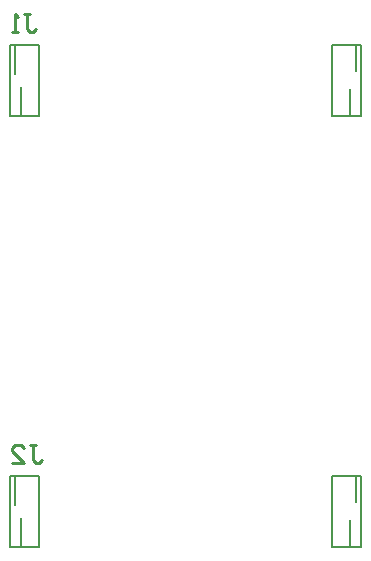
<source format=gbo>
G04*
G04 #@! TF.GenerationSoftware,Altium Limited,Altium Designer,22.1.2 (22)*
G04*
G04 Layer_Color=32896*
%FSLAX25Y25*%
%MOIN*%
G70*
G04*
G04 #@! TF.SameCoordinates,691D6CEF-7681-4429-9CE0-D2776B591AA1*
G04*
G04*
G04 #@! TF.FilePolarity,Positive*
G04*
G01*
G75*
%ADD11C,0.01000*%
%ADD40C,0.00600*%
D11*
X3737Y-121750D02*
X5736D01*
X4736D01*
Y-126748D01*
X5736Y-127748D01*
X6736D01*
X7735Y-126748D01*
X-2261Y-127748D02*
X1737D01*
X-2261Y-123749D01*
Y-122750D01*
X-1262Y-121750D01*
X738D01*
X1737Y-122750D01*
X1787Y21950D02*
X3787D01*
X2787D01*
Y16952D01*
X3787Y15952D01*
X4786D01*
X5786Y16952D01*
X-212Y15952D02*
X-2212D01*
X-1212D01*
Y21950D01*
X-212Y20950D01*
D40*
X-2953Y-131890D02*
X6890D01*
X-2953Y-155512D02*
Y-131890D01*
Y-155512D02*
X6890D01*
Y-155413D02*
Y-131890D01*
X114173Y-155512D02*
Y-131890D01*
X104331D02*
X114173D01*
X104331Y-155512D02*
Y-131890D01*
X110335Y-155512D02*
Y-146653D01*
X112303Y-131890D02*
X112303Y-140748D01*
X886Y-155512D02*
Y-145866D01*
X-1083Y-141535D02*
Y-131890D01*
X104331Y-155512D02*
X114173D01*
X-2953Y11811D02*
X6890D01*
X-2953Y-11811D02*
Y11811D01*
Y-11811D02*
X6890D01*
Y-11713D02*
Y11811D01*
X114173Y-11811D02*
Y11811D01*
X104331D02*
X114173D01*
X104331Y-11811D02*
Y11811D01*
X110335Y-11811D02*
Y-2953D01*
X112303Y11811D02*
X112303Y2953D01*
X886Y-11811D02*
Y-2165D01*
X-1083Y2165D02*
Y11811D01*
X104331Y-11811D02*
X114173D01*
M02*

</source>
